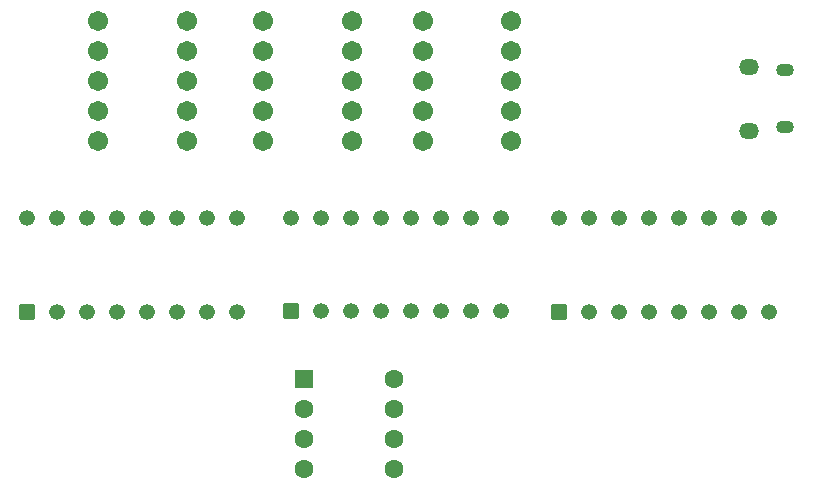
<source format=gbr>
%TF.GenerationSoftware,KiCad,Pcbnew,9.0.1*%
%TF.CreationDate,2025-05-07T13:52:14+02:00*%
%TF.ProjectId,HelioHeat,48656c69-6f48-4656-9174-2e6b69636164,rev?*%
%TF.SameCoordinates,Original*%
%TF.FileFunction,Soldermask,Bot*%
%TF.FilePolarity,Negative*%
%FSLAX46Y46*%
G04 Gerber Fmt 4.6, Leading zero omitted, Abs format (unit mm)*
G04 Created by KiCad (PCBNEW 9.0.1) date 2025-05-07 13:52:14*
%MOMM*%
%LPD*%
G01*
G04 APERTURE LIST*
G04 Aperture macros list*
%AMRoundRect*
0 Rectangle with rounded corners*
0 $1 Rounding radius*
0 $2 $3 $4 $5 $6 $7 $8 $9 X,Y pos of 4 corners*
0 Add a 4 corners polygon primitive as box body*
4,1,4,$2,$3,$4,$5,$6,$7,$8,$9,$2,$3,0*
0 Add four circle primitives for the rounded corners*
1,1,$1+$1,$2,$3*
1,1,$1+$1,$4,$5*
1,1,$1+$1,$6,$7*
1,1,$1+$1,$8,$9*
0 Add four rect primitives between the rounded corners*
20,1,$1+$1,$2,$3,$4,$5,0*
20,1,$1+$1,$4,$5,$6,$7,0*
20,1,$1+$1,$6,$7,$8,$9,0*
20,1,$1+$1,$8,$9,$2,$3,0*%
G04 Aperture macros list end*
%ADD10RoundRect,0.102000X0.565000X-0.565000X0.565000X0.565000X-0.565000X0.565000X-0.565000X-0.565000X0*%
%ADD11C,1.334000*%
%ADD12O,1.700000X1.350000*%
%ADD13O,1.500000X1.100000*%
%ADD14C,1.712000*%
%ADD15RoundRect,0.250000X-0.550000X-0.550000X0.550000X-0.550000X0.550000X0.550000X-0.550000X0.550000X0*%
%ADD16C,1.600000*%
G04 APERTURE END LIST*
D10*
%TO.C,U4*%
X115800000Y-47000000D03*
D11*
X118340000Y-47000000D03*
X120880000Y-47000000D03*
X123420000Y-47000000D03*
X125960000Y-47000000D03*
X128500000Y-47000000D03*
X131040000Y-47000000D03*
X133580000Y-47000000D03*
X133580000Y-39060000D03*
X131040000Y-39060000D03*
X128500000Y-39060000D03*
X125960000Y-39060000D03*
X123420000Y-39060000D03*
X120880000Y-39060000D03*
X118340000Y-39060000D03*
X115800000Y-39060000D03*
%TD*%
D10*
%TO.C,U3*%
X93110000Y-46970000D03*
D11*
X95650000Y-46970000D03*
X98190000Y-46970000D03*
X100730000Y-46970000D03*
X103270000Y-46970000D03*
X105810000Y-46970000D03*
X108350000Y-46970000D03*
X110890000Y-46970000D03*
X110890000Y-39030000D03*
X108350000Y-39030000D03*
X105810000Y-39030000D03*
X103270000Y-39030000D03*
X100730000Y-39030000D03*
X98190000Y-39030000D03*
X95650000Y-39030000D03*
X93110000Y-39030000D03*
%TD*%
D12*
%TO.C,J1*%
X131885000Y-26245000D03*
D13*
X134885000Y-26555000D03*
X134885000Y-31395000D03*
D12*
X131885000Y-31705000D03*
%TD*%
D14*
%TO.C,D3*%
X104240000Y-22420000D03*
X104240000Y-24960000D03*
X104240000Y-27500000D03*
X104240000Y-30040000D03*
X104240000Y-32580000D03*
X111760000Y-32580000D03*
X111760000Y-30040000D03*
X111760000Y-27500000D03*
X111760000Y-24960000D03*
X111760000Y-22420000D03*
%TD*%
%TO.C,D1*%
X76740000Y-22420000D03*
X76740000Y-24960000D03*
X76740000Y-27500000D03*
X76740000Y-30040000D03*
X76740000Y-32580000D03*
X84260000Y-32580000D03*
X84260000Y-30040000D03*
X84260000Y-27500000D03*
X84260000Y-24960000D03*
X84260000Y-22420000D03*
%TD*%
D15*
%TO.C,U1*%
X94195000Y-52690000D03*
D16*
X94195000Y-55230000D03*
X94195000Y-57770000D03*
X94195000Y-60310000D03*
X101815000Y-60310000D03*
X101815000Y-57770000D03*
X101815000Y-55230000D03*
X101815000Y-52690000D03*
%TD*%
D10*
%TO.C,U2*%
X70760000Y-47000000D03*
D11*
X73300000Y-47000000D03*
X75840000Y-47000000D03*
X78380000Y-47000000D03*
X80920000Y-47000000D03*
X83460000Y-47000000D03*
X86000000Y-47000000D03*
X88540000Y-47000000D03*
X88540000Y-39060000D03*
X86000000Y-39060000D03*
X83460000Y-39060000D03*
X80920000Y-39060000D03*
X78380000Y-39060000D03*
X75840000Y-39060000D03*
X73300000Y-39060000D03*
X70760000Y-39060000D03*
%TD*%
D14*
%TO.C,D2*%
X90740000Y-22420000D03*
X90740000Y-24960000D03*
X90740000Y-27500000D03*
X90740000Y-30040000D03*
X90740000Y-32580000D03*
X98260000Y-32580000D03*
X98260000Y-30040000D03*
X98260000Y-27500000D03*
X98260000Y-24960000D03*
X98260000Y-22420000D03*
%TD*%
M02*

</source>
